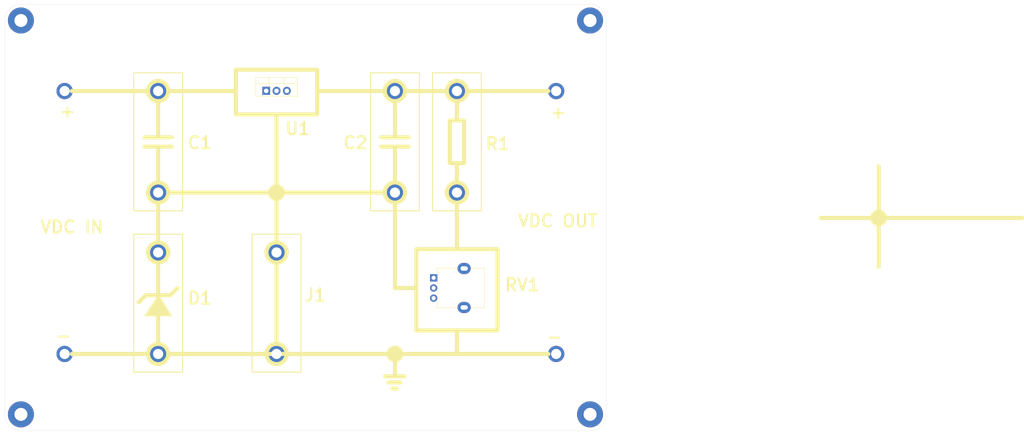
<source format=kicad_pcb>
(kicad_pcb (version 20240108) (generator "pcbnew") (generator_version "8.0")
  (layers (0 "F.Cu" signal) (31 "B.Cu" signal) (34 "B.Paste" user) (35 "F.Paste" user) (36 "B.SilkS" user "B.Silkscreen") (37 "F.SilkS" user "F.Silkscreen") (38 "B.Mask" user) (39 "F.Mask" user) (44 "Edge.Cuts" user))
  (net 0 "")
  (net 1 "Net-(J1-Pin_1)")
  (net 2 "Net-(D1-A)")
  (net 3 "Net-(J3-Pin_1)")
  (net 4 "Net-(D1-K)")
  (net 5 "Net-(R1-Pad2)")
  (footprint "Library:MountingHole_3.2mm_M3_Pad" (layer "F.Cu") (at 209.5 149.375)
    (property "Reference" "H4" (hide yes))
    (property "Value" "MountingHole")
    (pad "1" thru_hole circle (at 0 0) (size 6.4 6.4) (drill 3.2) (layers "*.Cu" "*.Mask"))
  )
  (footprint "Library:MountingHole_3.2mm_M3_Pad" (layer "F.Cu") (at 69.5 52.375)
    (property "Reference" "H1")
    (property "Value" "MountingHole")
    (pad "1" thru_hole circle (at 0 0) (size 6.4 6.4) (drill 3.2) (layers "*.Cu" "*.Mask"))
  )
  (footprint "Library:Banana_2mm" (layer "F.Cu") (at 201.164285 69.75)
    (property "Reference" "J3" (hide yes))
    (property "Value" "Conn_01x01_Pin" (hide yes))
    (pad "1" thru_hole circle (at 0 0) (size 4 4) (drill 2.5) (layers "*.Cu" "*.Mask") (net 3 "Net-(J3-Pin_1)"))
  )
  (footprint "Library:MountingHole_3.2mm_M3_Pad" (layer "F.Cu") (at 69.5 149.375)
    (property "Reference" "H3")
    (property "Value" "MountingHole")
    (pad "1" thru_hole circle (at 0 0) (size 6.4 6.4) (drill 3.2) (layers "*.Cu" "*.Mask"))
  )
  (footprint "Library:Banana_2mm" (layer "F.Cu") (at 80.25 69.75)
    (property "Reference" "J1" (hide yes))
    (property "Value" "Conn_01x01_Pin" (hide yes))
    (pad "1" thru_hole circle (at 0 0) (size 4 4) (drill 2.5) (layers "*.Cu" "*.Mask") (net 1 "Net-(J1-Pin_1)"))
  )
  (footprint "Library:Resistor-Plugin_0.5Watt" (layer "F.Cu") (at 176.75 82.25)
    (property "Reference" "R1")
    (property "Value" "R")
    (fp_line (start 0 -9.8) (end 0 -5.25) (stroke (width 1)) (layer "F.SilkS"))
    (fp_line (start 0 5.25) (end 0 9.9) (stroke (width 1)) (layer "F.SilkS"))
    (fp_rect (start -6 -17) (end 6 17) (stroke (width 0.25)) (fill none) (layer "F.SilkS"))
    (fp_rect (start -1.75 -5.25) (end 1.75 5.25) (stroke (width 1)) (fill none) (layer "F.SilkS"))
    (fp_circle (center 0 -12.5) (end 2.5 -12.5) (stroke (width 1)) (fill none) (layer "F.SilkS"))
    (fp_circle (center 0 12.5) (end 2.5 12.5) (stroke (width 1)) (fill none) (layer "F.SilkS"))
    (pad "1" thru_hole circle (at 0 -12.5) (size 4 4) (drill 2.5) (layers "*.Cu" "*.Mask") (net 3 "Net-(J3-Pin_1)"))
    (pad "2" thru_hole circle (at 0 12.5) (size 4 4) (drill 2.5) (layers "*.Cu" "*.Mask") (net 5 "Net-(R1-Pad2)"))
  )
  (footprint "Library:Potentiometer_Alpha_RD901F-40-00D_Single_Vertical" (layer "F.Cu") (at 171.025 115.75)
    (property "Reference" "RV1")
    (property "Value" "R_Potentiometer")
    (fp_line (start 0.88 -2.38) (end 5.6 -2.38) (stroke (width 0.12)) (layer "F.SilkS"))
    (fp_line (start 0.88 -1.19) (end 0.88 -2.37) (stroke (width 0.12)) (layer "F.SilkS"))
    (fp_line (start 0.88 1.71) (end 0.88 1.18) (stroke (width 0.12)) (layer "F.SilkS"))
    (fp_line (start 0.88 4.16) (end 0.88 3.33) (stroke (width 0.12)) (layer "F.SilkS"))
    (fp_line (start 0.88 7.37) (end 0.88 5.88) (stroke (width 0.12)) (layer "F.SilkS"))
    (fp_line (start 0.88 7.37) (end 5.6 7.37) (stroke (width 0.12)) (layer "F.SilkS"))
    (fp_line (start 9.41 -2.37) (end 12.47 -2.37) (stroke (width 0.12)) (layer "F.SilkS"))
    (fp_line (start 9.41 7.37) (end 12.47 7.37) (stroke (width 0.12)) (layer "F.SilkS"))
    (fp_line (start 12.47 7.37) (end 12.47 -2.37) (stroke (width 0.12)) (layer "F.SilkS"))
    (pad "" thru_hole oval (at 7.5 -2.3 90) (size 2.72 3.24) (drill oval 1.1 1.8) (layers "*.Cu" "*.Mask"))
    (pad "" thru_hole oval (at 7.5 7.3 90) (size 2.72 3.24) (drill oval 1.1 1.8) (layers "*.Cu" "*.Mask"))
    (pad "1" thru_hole rect (at 0 0 90) (size 1.8 1.8) (drill 1) (layers "*.Cu" "*.Mask") (net 5 "Net-(R1-Pad2)"))
    (pad "2" thru_hole circle (at 0 2.5 90) (size 1.8 1.8) (drill 1) (layers "*.Cu" "*.Mask") (net 4 "Net-(D1-K)"))
    (pad "3" thru_hole circle (at 0 5 90) (size 1.8 1.8) (drill 1) (layers "*.Cu" "*.Mask") (net 2 "Net-(D1-A)"))
  )
  (footprint "Library:TO-220-3_Vertical" (layer "F.Cu") (at 129.835 69.695)
    (property "Reference" "U1")
    (property "Value" "LM7805_TO220")
    (fp_line (start -2.58 -3.27) (end -2.58 1.371) (stroke (width 0.12)) (layer "F.SilkS"))
    (fp_line (start -2.58 -3.27) (end 7.66 -3.27) (stroke (width 0.12)) (layer "F.SilkS"))
    (fp_line (start -2.58 -1.76) (end 7.66 -1.76) (stroke (width 0.12)) (layer "F.SilkS"))
    (fp_line (start -2.58 1.371) (end 7.66 1.371) (stroke (width 0.12)) (layer "F.SilkS"))
    (fp_line (start 0.69 -3.27) (end 0.69 -1.76) (stroke (width 0.12)) (layer "F.SilkS"))
    (fp_line (start 4.391 -3.27) (end 4.391 -1.76) (stroke (width 0.12)) (layer "F.SilkS"))
    (fp_line (start 7.66 -3.27) (end 7.66 1.371) (stroke (width 0.12)) (layer "F.SilkS"))
    (pad "1" thru_hole rect (at 0 0) (size 1.905 2) (drill 1.1) (layers "*.Cu" "*.Mask") (net 1 "Net-(J1-Pin_1)"))
    (pad "2" thru_hole oval (at 2.54 0) (size 1.905 2) (drill 1.1) (layers "*.Cu" "*.Mask") (net 4 "Net-(D1-K)"))
    (pad "3" thru_hole oval (at 5.08 0) (size 1.905 2) (drill 1.1) (layers "*.Cu" "*.Mask") (net 3 "Net-(J3-Pin_1)"))
  )
  (footprint "Library:Capacitor-Plugin_Ceramic" (layer "F.Cu") (at 103.25 82.25)
    (property "Reference" "C1")
    (property "Value" "C_Small")
    (fp_line (start -3.375 -1.1) (end 3.375 -1.1) (stroke (width 1)) (layer "F.SilkS"))
    (fp_line (start -3.375 1.2) (end 3.375 1.2) (stroke (width 1)) (layer "F.SilkS"))
    (fp_line (start 0 -9.8) (end 0 -1.1) (stroke (width 1)) (layer "F.SilkS"))
    (fp_line (start 0 1.35) (end 0 9.9) (stroke (width 1)) (layer "F.SilkS"))
    (fp_rect (start -6 -17) (end 6 17) (stroke (width 0.25)) (fill none) (layer "F.SilkS"))
    (fp_circle (center 0 -12.5) (end 2.5 -12.5) (stroke (width 1)) (fill none) (layer "F.SilkS"))
    (fp_circle (center 0 12.5) (end 2.5 12.5) (stroke (width 1)) (fill none) (layer "F.SilkS"))
    (pad "1" thru_hole circle (at 0 -12.5) (size 4 4) (drill 2.5) (layers "*.Cu" "*.Mask") (net 1 "Net-(J1-Pin_1)"))
    (pad "2" thru_hole circle (at 0 12.5) (size 4 4) (drill 2.5) (layers "*.Cu" "*.Mask") (net 4 "Net-(D1-K)"))
  )
  (footprint "Library:Banana_2mm" (layer "F.Cu") (at 201.164285 134.5)
    (property "Reference" "J4" (hide yes))
    (property "Value" "Conn_01x01_Pin" (hide yes))
    (pad "1" thru_hole circle (at 0 0) (size 4 4) (drill 2.5) (layers "*.Cu" "*.Mask") (net 2 "Net-(D1-A)"))
  )
  (footprint "Library:Capacitor-Plugin_Ceramic" (layer "F.Cu") (at 161.5 82.25)
    (property "Reference" "C2")
    (property "Value" "C_Small")
    (fp_line (start -3.375 -1.1) (end 3.375 -1.1) (stroke (width 1)) (layer "F.SilkS"))
    (fp_line (start -3.375 1.2) (end 3.375 1.2) (stroke (width 1)) (layer "F.SilkS"))
    (fp_line (start 0 -9.8) (end 0 -1.1) (stroke (width 1)) (layer "F.SilkS"))
    (fp_line (start 0 1.35) (end 0 9.9) (stroke (width 1)) (layer "F.SilkS"))
    (fp_rect (start -6 -17) (end 6 17) (stroke (width 0.25)) (fill none) (layer "F.SilkS"))
    (fp_circle (center 0 -12.5) (end 2.5 -12.5) (stroke (width 1)) (fill none) (layer "F.SilkS"))
    (fp_circle (center 0 12.5) (end 2.5 12.5) (stroke (width 1)) (fill none) (layer "F.SilkS"))
    (pad "1" thru_hole circle (at 0 -12.5) (size 4 4) (drill 2.5) (layers "*.Cu" "*.Mask") (net 3 "Net-(J3-Pin_1)"))
    (pad "2" thru_hole circle (at 0 12.5) (size 4 4) (drill 2.5) (layers "*.Cu" "*.Mask") (net 4 "Net-(D1-K)"))
  )
  (footprint "Library:Banana_2mm" (layer "F.Cu") (at 80.25 134.5)
    (property "Reference" "J2" (hide yes))
    (property "Value" "Conn_01x01_Pin" (hide yes))
    (pad "1" thru_hole circle (at 0 0) (size 4 4) (drill 2.5) (layers "*.Cu" "*.Mask") (net 2 "Net-(D1-A)"))
  )
  (footprint "Library:MountingHole_3.2mm_M3_Pad" (layer "F.Cu") (at 209.5 52.375)
    (property "Reference" "H2")
    (property "Value" "MountingHole")
    (pad "1" thru_hole circle (at 0 0) (size 6.4 6.4) (drill 3.2) (layers "*.Cu" "*.Mask"))
  )
  (footprint "Library:Jumper-Plugin" (layer "F.Cu") (at 132.375 122 180)
    (property "Reference" "JP1")
    (property "Value" "Jumper_2_Open")
    (fp_line (start 0 -9.8) (end 0 9.9) (stroke (width 1)) (layer "F.SilkS"))
    (fp_rect (start -6 -17) (end 6 17) (stroke (width 0.25)) (fill none) (layer "F.SilkS"))
    (fp_circle (center 0 12.5) (end 2.5 12.5) (stroke (width 1)) (fill none) (layer "F.SilkS"))
    (fp_circle (center 0 -12.5) (end 2.5 -12.5) (stroke (width 1)) (fill none) (layer "F.SilkS"))
    (pad "1" thru_hole circle (at 0 -12.5 180) (size 4 4) (drill 2.5) (layers "*.Cu" "*.Mask") (net 2 "Net-(D1-A)"))
    (pad "2" thru_hole circle (at 0 12.5 180) (size 4 4) (drill 2.5) (layers "*.Cu" "*.Mask") (net 4 "Net-(D1-K)"))
  )
  (footprint "Library:Zener-Diode-Plugin" (layer "F.Cu") (at 103.25 122)
    (property "Reference" "D1")
    (property "Value" "D_Zener")
    (fp_line (start -4.775 -0.225) (end -3.025 -1.975) (stroke (width 1)) (layer "F.SilkS"))
    (fp_line (start -3.025 -1.975) (end 3 -1.975) (stroke (width 1)) (layer "F.SilkS"))
    (fp_line (start 0 -9.8) (end 0 9.9) (stroke (width 1)) (layer "F.SilkS"))
    (fp_line (start 3 -1.975) (end 4.75 -3.725) (stroke (width 1)) (layer "F.SilkS"))
    (fp_rect (start -6 -17) (end 6 17) (stroke (width 0.25)) (fill none) (layer "F.SilkS"))
    (fp_circle (center 0 -12.5) (end 2.5 -12.5) (stroke (width 1)) (fill none) (layer "F.SilkS"))
    (fp_circle (center 0 12.5) (end 2.5 12.5) (stroke (width 1)) (fill none) (layer "F.SilkS"))
    (fp_poly (pts (xy -3.375 3.175) (xy 3.375 3.175) (xy 0.125 -2.075)) (stroke (width 0.1)) (fill solid) (layer "F.SilkS"))
    (pad "1" thru_hole circle (at 0 -12.5) (size 4 4) (drill 2.5) (layers "*.Cu" "*.Mask") (net 4 "Net-(D1-K)"))
    (pad "2" thru_hole circle (at 0 12.5) (size 4 4) (drill 2.5) (layers "*.Cu" "*.Mask") (net 2 "Net-(D1-A)"))
  )
  (gr_line (start 280.5 88.25) (end 280.5 113) (stroke (width 1)) (layer "F.SilkS"))
  (gr_line (start 82 134.5) (end 100.75 134.5) (stroke (width 1)) (layer "F.SilkS"))
  (gr_line (start 105.93125 94.75) (end 158.75 94.75) (stroke (width 1)) (layer "F.SilkS"))
  (gr_line (start 176.75 108.5) (end 176.75 97.5) (stroke (width 1)) (layer "F.SilkS"))
  (gr_line (start 105.93125 134.5) (end 199.25 134.5) (stroke (width 1)) (layer "F.SilkS"))
  (gr_circle (center 161.5 134.5) (end 163.5 134.5) (stroke (width 0.1)) (fill solid) (layer "F.SilkS"))
  (gr_line (start 266.25 101) (end 315.75 101) (stroke (width 1)) (layer "F.SilkS"))
  (gr_rect (start 122.375 64.5) (end 142.375 75.5) (stroke (width 1)) (fill none) (layer "F.SilkS"))
  (gr_line (start 103.25 97.25) (end 103.25 107) (stroke (width 1)) (layer "F.SilkS"))
  (gr_line (start 161.5 118.25) (end 161.5 97.5) (stroke (width 1)) (layer "F.SilkS"))
  (gr_line (start 176.75 129.25) (end 176.75 134.25) (stroke (width 1)) (layer "F.SilkS"))
  (gr_line (start 132.375 75.5) (end 132.375 94.5) (stroke (width 1)) (layer "F.SilkS"))
  (gr_rect (start 166.75 108.7) (end 186.75 128.7) (stroke (width 1)) (fill none) (layer "F.SilkS"))
  (gr_line (start 142.5 69.75) (end 158.8875 69.75) (stroke (width 1)) (layer "F.SilkS"))
  (gr_line (start 132.375 95.25) (end 132.375 107) (stroke (width 1)) (layer "F.SilkS"))
  (gr_line (start 179.5 69.75) (end 199.25 69.75) (stroke (width 1)) (layer "F.SilkS"))
  (gr_circle (center 132.375 94.75) (end 134.375 94.75) (stroke (width 0.1)) (fill solid) (layer "F.SilkS"))
  (gr_line (start 105.8625 69.75) (end 122.25 69.75) (stroke (width 1)) (layer "F.SilkS"))
  (gr_line (start 81.975 69.75) (end 100.75 69.75) (stroke (width 1)) (layer "F.SilkS"))
  (gr_line (start 161.5 135) (end 161.5 139.75) (stroke (width 1)) (layer "F.SilkS"))
  (gr_line (start 160.875 143) (end 161.875 143) (stroke (width 1)) (layer "F.SilkS"))
  (gr_line (start 159.875 141.5) (end 162.875 141.5) (stroke (width 1)) (layer "F.SilkS"))
  (gr_line (start 166.5 118.25) (end 161.5 118.25) (stroke (width 1)) (layer "F.SilkS"))
  (gr_line (start 159.125 140) (end 163.875 140) (stroke (width 1)) (layer "F.SilkS"))
  (gr_circle (center 280.5 101) (end 282.5 101) (stroke (width 0.1)) (fill solid) (layer "F.SilkS"))
  (gr_line (start 164.25 69.75) (end 174.25 69.75) (stroke (width 1)) (layer "F.SilkS"))
  (gr_arc (start 213.5 149.375) (mid 212.328427 152.203427) (end 209.5 153.375) (stroke (width 0.05)) (layer "Edge.Cuts"))
  (gr_line (start 65.5 149.375) (end 65.5 52.375) (stroke (width 0.05)) (layer "Edge.Cuts"))
  (gr_line (start 69.5 48.375) (end 209.5 48.375) (stroke (width 0.05)) (layer "Edge.Cuts"))
  (gr_arc (start 65.492196 52.375) (mid 66.666055 49.541055) (end 69.5 48.367196) (stroke (width 0.05)) (layer "Edge.Cuts"))
  (gr_arc (start 209.5 48.375) (mid 212.328427 49.546573) (end 213.5 52.375) (stroke (width 0.05)) (layer "Edge.Cuts"))
  (gr_line (start 209.5 153.375) (end 69.5 153.375) (stroke (width 0.05)) (layer "Edge.Cuts"))
  (gr_line (start 213.5 52.375) (end 213.5 149.375) (stroke (width 0.05)) (layer "Edge.Cuts"))
  (gr_arc (start 69.5 153.375) (mid 66.671573 152.203427) (end 65.5 149.375) (stroke (width 0.05)) (layer "Edge.Cuts"))
  (gr_text "+" (at 78.75 76.5 0) (layer "F.SilkS") (effects (font (size 3 3) (thickness 0.5) (bold yes)) (justify left bottom)))
  (gr_text "D1" (at 110.25 122.5 0) (layer "F.SilkS") (effects (font (size 3 3) (thickness 0.5) (bold yes)) (justify left bottom)))
  (gr_text "-" (at 198.5 132 0) (layer "F.SilkS") (effects (font (size 3 3) (thickness 0.5) (bold yes)) (justify left bottom)))
  (gr_text "C2" (at 148.5 84.25 0) (layer "F.SilkS") (effects (font (size 3 3) (thickness 0.5) (bold yes)) (justify left bottom)))
  (gr_text "U1" (at 134.25 80.75 0) (layer "F.SilkS") (effects (font (size 3 3) (thickness 0.5) (bold yes)) (justify left bottom)))
  (gr_text "-" (at 77.75 131.75 0) (layer "F.SilkS") (effects (font (size 3 3) (thickness 0.5) (bold yes)) (justify left bottom)))
  (gr_text "RV1" (at 188.25 119.25 0) (layer "F.SilkS") (effects (font (size 3 3) (thickness 0.5) (bold yes)) (justify left bottom)))
  (gr_text "+" (at 199.5 76.75 0) (layer "F.SilkS") (effects (font (size 3 3) (thickness 0.5) (bold yes)) (justify left bottom)))
  (gr_text "VDC OUT" (at 191.5 103.5 0) (layer "F.SilkS") (effects (font (size 3 3) (thickness 0.5) (bold yes)) (justify left bottom)))
  (gr_text "C1" (at 110.25 84.25 0) (layer "F.SilkS") (effects (font (size 3 3) (thickness 0.5) (bold yes)) (justify left bottom)))
  (gr_text "R1" (at 183.5 84.5 0) (layer "F.SilkS") (effects (font (size 3 3) (thickness 0.5) (bold yes)) (justify left bottom)))
  (gr_text "J1" (at 139 121.75 0) (layer "F.SilkS") (effects (font (size 3 3) (thickness 0.5) (bold yes)) (justify left bottom)))
  (gr_text "VDC IN" (at 74 105 0) (layer "F.SilkS") (effects (font (size 3 3) (thickness 0.5) (bold yes)) (justify left bottom)))
)
</source>
